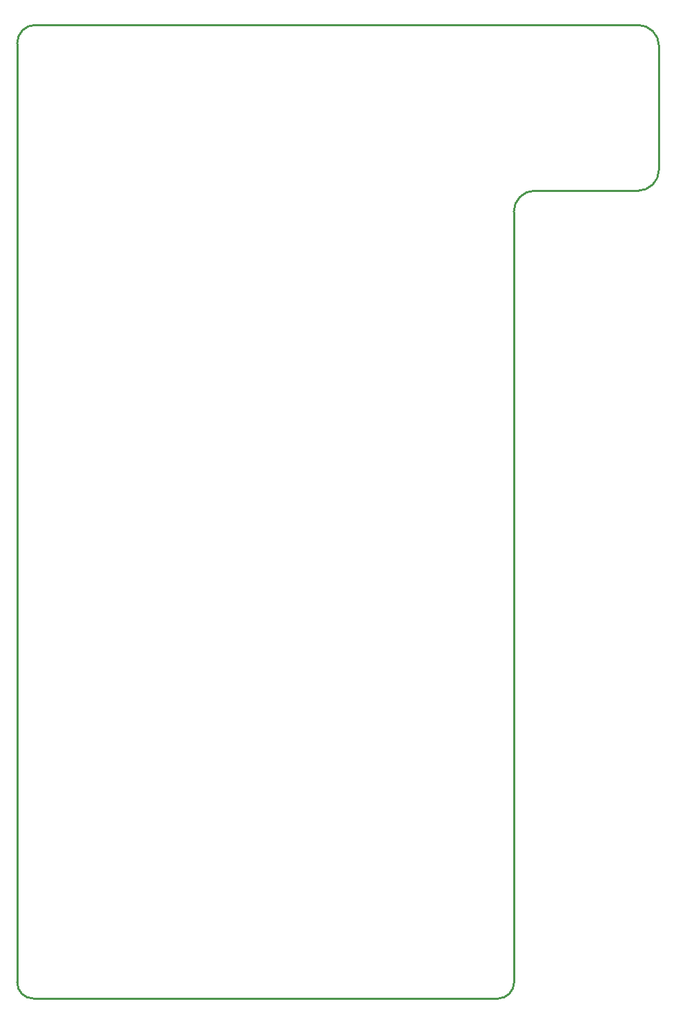
<source format=gko>
G04 Layer: BoardOutlineLayer*
G04 EasyEDA v6.5.22, 2022-11-13 20:13:56*
G04 b6ff6bc9bab445359ce0fdefb00da0e9,a2731e2ff01b41edbee4f831c5fec297,10*
G04 Gerber Generator version 0.2*
G04 Scale: 100 percent, Rotated: No, Reflected: No *
G04 Dimensions in millimeters *
G04 leading zeros omitted , absolute positions ,4 integer and 5 decimal *
%FSLAX45Y45*%
%MOMM*%

%ADD10C,0.2540*%
D10*
X0Y11129010D02*
G01*
X0Y10658121D01*
X0Y11714474D02*
G01*
X0Y11129010D01*
X0Y10668000D02*
G01*
X0Y9858400D01*
X7302500Y11938000D02*
G01*
X7620000Y11938000D01*
X7878470Y10164470D02*
G01*
X7878470Y11684000D01*
X7239000Y9906000D02*
G01*
X7629652Y9906000D01*
X6096000Y9613900D02*
G01*
X6099987Y199999D01*
X7239000Y9906000D02*
G01*
X6354470Y9906000D01*
X7302500Y11938000D02*
G01*
X223525Y11938000D01*
X5899993Y0D02*
G01*
X199999Y0D01*
X0Y258419D02*
G01*
X0Y9858400D01*
G75*
G01*
X6099988Y200000D02*
G02*
X5899988Y0I-200000J0D01*
X0Y10650220D02*
G01*
X0Y10647494D01*
G75*
G01*
X200000Y0D02*
G02*
X0Y200000I0J200000D01*
X0Y199999D02*
G01*
X0Y258419D01*
G75*
G01*
X0Y11714475D02*
G02*
X223525Y11938000I223525J0D01*
X6096000Y9647529D02*
G01*
X6096000Y9613900D01*
G75*
G01*
X6354470Y9906000D02*
G03*
X6096000Y9647530I0J-258470D01*
G75*
G01*
X7620000Y9906000D02*
G03*
X7878470Y10164470I0J258470D01*
G75*
G01*
X7620000Y11938000D02*
G02*
X7878470Y11679530I0J-258470D01*
X7878470Y11679529D02*
G01*
X7878470Y11669674D01*

%LPD*%
M02*

</source>
